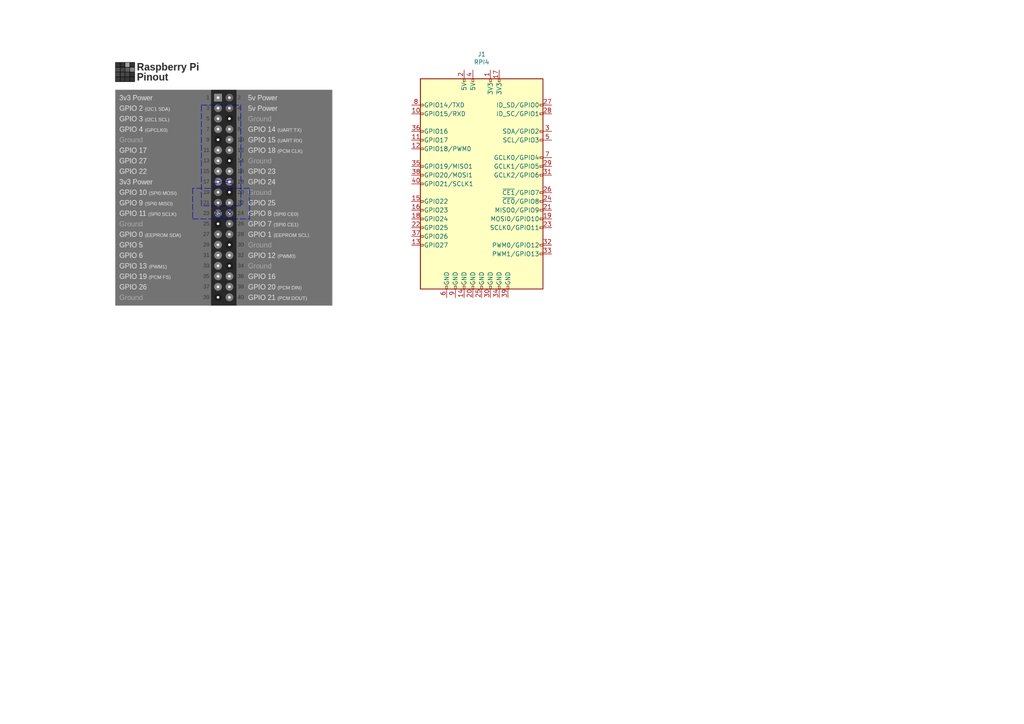
<source format=kicad_sch>
(kicad_sch (version 20211123) (generator eeschema)
  (paper "A4")
  (lib_symbols
    (symbol "Connector:Raspberry_Pi_2_3" (pin_names (offset 1.016))
      (property "Reference" "J" (at -17.78 31.75 0))
      (property "Value" "Raspberry_Pi_2_3" (at 10.16 -31.75 0))
      (symbol "Raspberry_Pi_2_3_0_1"
        (rectangle (start -17.78 30.48) (end 17.78 -30.48) (stroke (width 0.254)) (fill (type background)))
      )
      (symbol "Raspberry_Pi_2_3_1_1"
        (rectangle (start -16.891 -17.526) (end -17.78 -18.034))
        (rectangle (start -16.891 -14.986) (end -17.78 -15.494))
        (rectangle (start -16.891 -12.446) (end -17.78 -12.954))
        (rectangle (start -16.891 -9.906) (end -17.78 -10.414))
        (rectangle (start -16.891 -7.366) (end -17.78 -7.874))
        (rectangle (start -16.891 -4.826) (end -17.78 -5.334))
        (rectangle (start -16.891 0.254) (end -17.78 -0.254))
        (rectangle (start -16.891 2.794) (end -17.78 2.286))
        (rectangle (start -16.891 5.334) (end -17.78 4.826))
        (rectangle (start -16.891 10.414) (end -17.78 9.906))
        (rectangle (start -16.891 12.954) (end -17.78 12.446))
        (rectangle (start -16.891 15.494) (end -17.78 14.986))
        (rectangle (start -16.891 20.574) (end -17.78 20.066))
        (rectangle (start -16.891 23.114) (end -17.78 22.606))
        (rectangle (start -10.414 -29.591) (end -9.906 -30.48))
        (rectangle (start -7.874 -29.591) (end -7.366 -30.48))
        (rectangle (start -5.334 -29.591) (end -4.826 -30.48))
        (rectangle (start -5.334 30.48) (end -4.826 29.591))
        (rectangle (start -2.794 -29.591) (end -2.286 -30.48))
        (rectangle (start -2.794 30.48) (end -2.286 29.591))
        (rectangle (start -0.254 -29.591) (end 0.254 -30.48))
        (rectangle (start 2.286 -29.591) (end 2.794 -30.48))
        (rectangle (start 2.286 30.48) (end 2.794 29.591))
        (rectangle (start 4.826 -29.591) (end 5.334 -30.48))
        (rectangle (start 4.826 30.48) (end 5.334 29.591))
        (rectangle (start 7.366 -29.591) (end 7.874 -30.48))
        (rectangle (start 17.78 -20.066) (end 16.891 -20.574))
        (rectangle (start 17.78 -17.526) (end 16.891 -18.034))
        (rectangle (start 17.78 -12.446) (end 16.891 -12.954))
        (rectangle (start 17.78 -9.906) (end 16.891 -10.414))
        (rectangle (start 17.78 -7.366) (end 16.891 -7.874))
        (rectangle (start 17.78 -4.826) (end 16.891 -5.334))
        (rectangle (start 17.78 -2.286) (end 16.891 -2.794))
        (rectangle (start 17.78 2.794) (end 16.891 2.286))
        (rectangle (start 17.78 5.334) (end 16.891 4.826))
        (rectangle (start 17.78 7.874) (end 16.891 7.366))
        (rectangle (start 17.78 12.954) (end 16.891 12.446))
        (rectangle (start 17.78 15.494) (end 16.891 14.986))
        (rectangle (start 17.78 20.574) (end 16.891 20.066))
        (rectangle (start 17.78 23.114) (end 16.891 22.606))
        (pin power_in line (at 2.54 33.02 270) (length 2.54) (name "3V3") (number "1"))
        (pin bidirectional line (at -20.32 20.32 0) (length 2.54) (name "GPIO15/RXD") (number "10"))
        (pin bidirectional line (at -20.32 12.7 0) (length 2.54) (name "GPIO17") (number "11"))
        (pin bidirectional line (at -20.32 10.16 0) (length 2.54) (name "GPIO18/PWM0") (number "12"))
        (pin bidirectional line (at -20.32 -17.78 0) (length 2.54) (name "GPIO27") (number "13"))
        (pin power_in line (at -5.08 -33.02 90) (length 2.54) (name "GND") (number "14"))
        (pin bidirectional line (at -20.32 -5.08 0) (length 2.54) (name "GPIO22") (number "15"))
        (pin bidirectional line (at -20.32 -7.62 0) (length 2.54) (name "GPIO23") (number "16"))
        (pin power_in line (at 5.08 33.02 270) (length 2.54) (name "3V3") (number "17"))
        (pin bidirectional line (at -20.32 -10.16 0) (length 2.54) (name "GPIO24") (number "18"))
        (pin bidirectional line (at 20.32 -10.16 180) (length 2.54) (name "MOSI0/GPIO10") (number "19"))
        (pin power_in line (at -5.08 33.02 270) (length 2.54) (name "5V") (number "2"))
        (pin power_in line (at -2.54 -33.02 90) (length 2.54) (name "GND") (number "20"))
        (pin bidirectional line (at 20.32 -7.62 180) (length 2.54) (name "MISO0/GPIO9") (number "21"))
        (pin bidirectional line (at -20.32 -12.7 0) (length 2.54) (name "GPIO25") (number "22"))
        (pin bidirectional line (at 20.32 -12.7 180) (length 2.54) (name "SCLK0/GPIO11") (number "23"))
        (pin bidirectional line (at 20.32 -5.08 180) (length 2.54) (name "~{CE0}/GPIO8") (number "24"))
        (pin power_in line (at 0 -33.02 90) (length 2.54) (name "GND") (number "25"))
        (pin bidirectional line (at 20.32 -2.54 180) (length 2.54) (name "~{CE1}/GPIO7") (number "26"))
        (pin bidirectional line (at 20.32 22.86 180) (length 2.54) (name "ID_SD/GPIO0") (number "27"))
        (pin bidirectional line (at 20.32 20.32 180) (length 2.54) (name "ID_SC/GPIO1") (number "28"))
        (pin bidirectional line (at 20.32 5.08 180) (length 2.54) (name "GCLK1/GPIO5") (number "29"))
        (pin bidirectional line (at 20.32 15.24 180) (length 2.54) (name "SDA/GPIO2") (number "3"))
        (pin power_in line (at 2.54 -33.02 90) (length 2.54) (name "GND") (number "30"))
        (pin bidirectional line (at 20.32 2.54 180) (length 2.54) (name "GCLK2/GPIO6") (number "31"))
        (pin bidirectional line (at 20.32 -17.78 180) (length 2.54) (name "PWM0/GPIO12") (number "32"))
        (pin bidirectional line (at 20.32 -20.32 180) (length 2.54) (name "PWM1/GPIO13") (number "33"))
        (pin power_in line (at 5.08 -33.02 90) (length 2.54) (name "GND") (number "34"))
        (pin bidirectional line (at -20.32 5.08 0) (length 2.54) (name "GPIO19/MISO1") (number "35"))
        (pin bidirectional line (at -20.32 15.24 0) (length 2.54) (name "GPIO16") (number "36"))
        (pin bidirectional line (at -20.32 -15.24 0) (length 2.54) (name "GPIO26") (number "37"))
        (pin bidirectional line (at -20.32 2.54 0) (length 2.54) (name "GPIO20/MOSI1") (number "38"))
        (pin power_in line (at 7.62 -33.02 90) (length 2.54) (name "GND") (number "39"))
        (pin power_in line (at -2.54 33.02 270) (length 2.54) (name "5V") (number "4"))
        (pin bidirectional line (at -20.32 0 0) (length 2.54) (name "GPIO21/SCLK1") (number "40"))
        (pin bidirectional line (at 20.32 12.7 180) (length 2.54) (name "SCL/GPIO3") (number "5"))
        (pin power_in line (at -10.16 -33.02 90) (length 2.54) (name "GND") (number "6"))
        (pin bidirectional line (at 20.32 7.62 180) (length 2.54) (name "GCLK0/GPIO4") (number "7"))
        (pin bidirectional line (at -20.32 22.86 0) (length 2.54) (name "GPIO14/TXD") (number "8"))
        (pin power_in line (at -7.62 -33.02 90) (length 2.54) (name "GND") (number "9"))
      )
    )
  )
  (polyline (pts (xy 67.31 53.34) (xy 67.31 52.07)))
  (polyline (pts (xy 55.88 54.61) (xy 55.88 63.5)))
  (polyline (pts (xy 69.85 59.69) (xy 58.42 59.69)))
  (polyline (pts (xy 69.85 30.48) (xy 69.85 59.69)))
  (polyline (pts (xy 72.39 54.61) (xy 55.88 54.61)))
  (polyline (pts (xy 64.77 60.96) (xy 62.23 62.23)))
  (polyline (pts (xy 62.23 53.34) (xy 62.23 52.07)))
  (polyline (pts (xy 66.04 60.96) (xy 67.31 62.23)))
  (polyline (pts (xy 62.23 52.07) (xy 67.31 53.34)))
  (polyline (pts (xy 58.42 30.48) (xy 69.85 30.48)))
  (polyline (pts (xy 62.23 60.96) (xy 64.77 63.5)))
  (polyline (pts (xy 67.31 60.96) (xy 66.04 62.23)))
  (polyline (pts (xy 55.88 63.5) (xy 72.39 63.5)))
  (polyline (pts (xy 72.39 63.5) (xy 72.39 54.61)))
  (polyline (pts (xy 67.31 52.07) (xy 62.23 53.34)))
  (polyline (pts (xy 58.42 59.69) (xy 58.42 30.48)))
  (image (at 64.77 53.34) (scale 1.5))
  (symbol (lib_id "Connector:Raspberry_Pi_2_3") (at 139.7 53.34 0) (unit 1)
    (property "Reference" "J1" (at 139.7 15.7226 0))
    (property "Value" "RPI4" (at 139.7 18.034 0))
    (property "Datasheet" "https://www.raspberrypi.org/documentation/hardware/raspberrypi/schematics/rpi_SCH_3bplus_1p0_reduced.pdf" (effects hide))
  )
)
</source>
